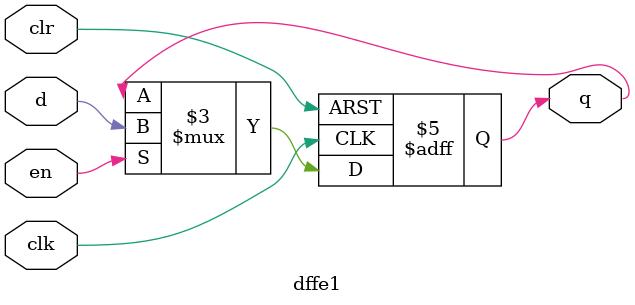
<source format=v>
module dffe1(q, d, clk, en, clr);
   
   //Inputs
   input d, clk, en, clr;
   
   //Internal wire
   wire clr;

   //Output
   output q;
   
   //Register
   reg q;

   //Intialize q to 0
   initial
   begin
       q = 1'b0;
   end

   //Set value of q on positive edge of the clock or clear
   always @(posedge clk or posedge clr) begin
       //If clear is high, set q to 0
       if (clr) begin
           q <= 1'b0;
       //If enable is high, set q to the value of d
       end else if (en) begin
           q <= d;
       end
   end
endmodule

</source>
